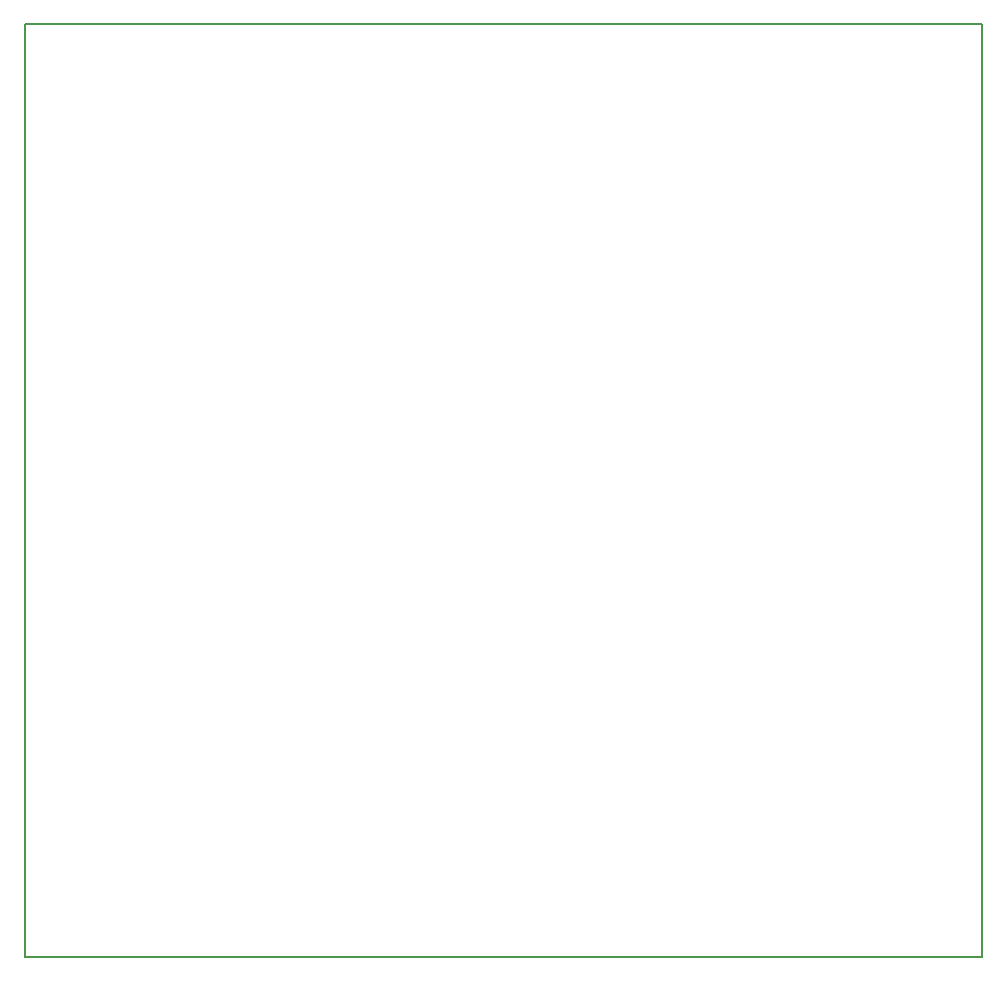
<source format=gbr>
%TF.GenerationSoftware,KiCad,Pcbnew,6.0.2+dfsg-1*%
%TF.CreationDate,2023-04-03T20:21:34+02:00*%
%TF.ProjectId,CYC10 Board,43594331-3020-4426-9f61-72642e6b6963,rev?*%
%TF.SameCoordinates,Original*%
%TF.FileFunction,Profile,NP*%
%FSLAX46Y46*%
G04 Gerber Fmt 4.6, Leading zero omitted, Abs format (unit mm)*
G04 Created by KiCad (PCBNEW 6.0.2+dfsg-1) date 2023-04-03 20:21:34*
%MOMM*%
%LPD*%
G01*
G04 APERTURE LIST*
%TA.AperFunction,Profile*%
%ADD10C,0.150000*%
%TD*%
G04 APERTURE END LIST*
D10*
X98256800Y-19484340D02*
X17256800Y-19484340D01*
X17256800Y-98484140D02*
X17256800Y-19484340D01*
X98256800Y-19484340D02*
X98256800Y-98484140D01*
X17256800Y-98484140D02*
X98256800Y-98484140D01*
M02*

</source>
